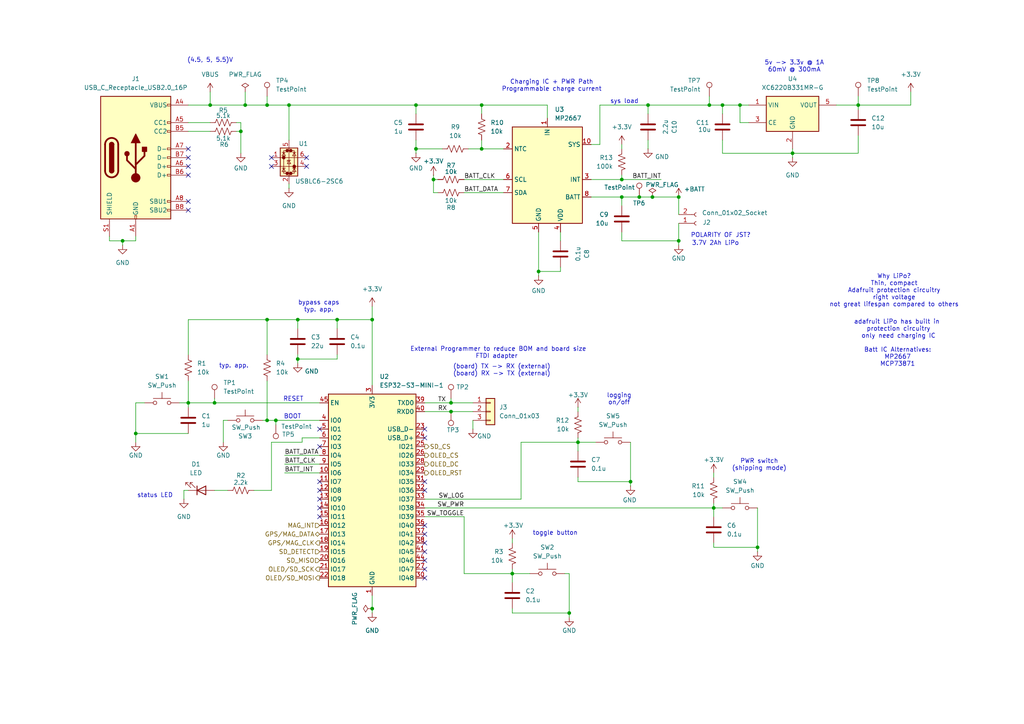
<source format=kicad_sch>
(kicad_sch (version 20250114) (generator "eeschema") (generator_version "9.0")
  (paper "A4")
  (text "PWR switch\n(shipping mode)" (at 220.218 134.874 0) (effects (font (size 1.27 1.27))))
  (text "BOOT" (at 84.836 120.904 0) (effects (font (size 1.27 1.27))))
  (text "RESET" (at 85.09 115.824 0) (effects (font (size 1.27 1.27))))
  (text "3.7V 2Ah LiPo" (at 207.518 70.612 0) (effects (font (size 1.27 1.27))))
  (text "5v -> 3.3v @ 1A\n60mV @ 300mA" (at 230.378 19.304 0) (effects (font (size 1.27 1.27))))
  (text "Charging IC + PWR Path\nProgrammable charge current" (at 160.02 24.892 0) (effects (font (size 1.27 1.27))))
  (text "(4.5, 5, 5.5)V" (at 60.96 17.526 0) (effects (font (size 1.27 1.27))))
  (text "Why LiPo?\nThin, compact\nAdafruit protection circuitry\nright voltage\nnot great lifespan compared to others" (at 259.334 84.328 0) (effects (font (size 1.27 1.27))))
  (text "Batt IC Alternatives:\nMP2667\nMCP73871" (at 260.35 103.632 0) (effects (font (size 1.27 1.27))))
  (text "toggle button" (at 161.036 154.686 0) (effects (font (size 1.27 1.27))))
  (text "logging\non/off" (at 179.578 115.824 0) (effects (font (size 1.27 1.27))))
  (text "bypass caps\ntyp. app." (at 92.456 88.9 0) (effects (font (size 1.27 1.27))))
  (text "(board) TX -> RX (external)\n(board) RX -> TX (external)" (at 145.542 107.442 0) (effects (font (size 1.27 1.27))))
  (text "POLARITY OF JST?" (at 209.042 68.326 0) (effects (font (size 1.27 1.27))))
  (text "status LED" (at 44.958 143.764 0) (effects (font (size 1.27 1.27))))
  (text "External Programmer to reduce BOM and board size\nFTDI adapter \n" (at 144.526 102.362 0) (effects (font (size 1.27 1.27))))
  (text "adafruit LiPo has built in \nprotection circuitry\nonly need charging IC\n\n" (at 260.604 96.52 0) (effects (font (size 1.27 1.27))))
  (text "sys load\n" (at 181.102 29.464 0) (effects (font (size 1.27 1.27))))
  (text "typ. app." (at 67.818 106.172 0) (effects (font (size 1.27 1.27))))
  (junction (at 148.59 166.37))
  (junction (at 180.34 57.15))
  (junction (at 130.81 119.38))
  (junction (at 120.65 30.48))
  (junction (at 196.85 57.15))
  (junction (at 167.64 128.27))
  (junction (at 77.47 121.92))
  (junction (at 248.92 30.48))
  (junction (at 62.23 116.84))
  (junction (at 182.88 139.7))
  (junction (at 69.85 38.1))
  (junction (at 125.73 52.07))
  (junction (at 120.65 43.18))
  (junction (at 77.47 92.71))
  (junction (at 187.96 30.48))
  (junction (at 60.96 30.48))
  (junction (at 83.82 30.48))
  (junction (at 139.7 30.48))
  (junction (at 71.12 30.48))
  (junction (at 107.95 176.53))
  (junction (at 39.37 125.73))
  (junction (at 207.01 147.32))
  (junction (at 189.23 57.15))
  (junction (at 139.7 43.18))
  (junction (at 107.95 92.71))
  (junction (at 209.55 30.48))
  (junction (at 77.47 30.48))
  (junction (at 165.1 177.8))
  (junction (at 205.74 30.48))
  (junction (at 54.61 116.84))
  (junction (at 229.87 44.45))
  (junction (at 35.56 69.85))
  (junction (at 185.42 57.15))
  (junction (at 180.34 52.07))
  (junction (at 156.21 78.74))
  (junction (at 219.71 158.75))
  (junction (at 97.79 92.71))
  (junction (at 196.85 69.85))
  (junction (at 130.81 116.84))
  (junction (at 214.63 30.48))
  (junction (at 80.01 121.92))
  (junction (at 86.36 92.71))
  (junction (at 86.36 104.14))
  (no_connect (at 123.19 167.64))
  (no_connect (at 123.19 160.02))
  (no_connect (at 88.9 48.26))
  (no_connect (at 54.61 50.8))
  (no_connect (at 123.19 124.46))
  (no_connect (at 92.71 129.54))
  (no_connect (at 123.19 157.48))
  (no_connect (at 92.71 139.7))
  (no_connect (at 92.71 124.46))
  (no_connect (at 88.9 45.72))
  (no_connect (at 123.19 142.24))
  (no_connect (at 92.71 147.32))
  (no_connect (at 123.19 127))
  (no_connect (at 123.19 139.7))
  (no_connect (at 92.71 144.78))
  (no_connect (at 78.74 48.26))
  (no_connect (at 54.61 60.96))
  (no_connect (at 123.19 154.94))
  (no_connect (at 123.19 162.56))
  (no_connect (at 123.19 165.1))
  (no_connect (at 123.19 152.4))
  (no_connect (at 54.61 43.18))
  (no_connect (at 54.61 45.72))
  (no_connect (at 54.61 48.26))
  (no_connect (at 78.74 45.72))
  (no_connect (at 92.71 149.86))
  (no_connect (at 54.61 58.42))
  (no_connect (at 92.71 142.24))
  (wire (pts (xy 87.63 128.27) (xy 78.74 128.27)))
  (wire (pts (xy 248.92 30.48) (xy 248.92 31.75)))
  (wire (pts (xy 78.74 128.27) (xy 78.74 142.24)))
  (wire (pts (xy 182.88 140.97) (xy 182.88 139.7)))
  (wire (pts (xy 130.81 116.84) (xy 137.16 116.84)))
  (wire (pts (xy 139.7 30.48) (xy 158.75 30.48)))
  (wire (pts (xy 83.82 30.48) (xy 83.82 40.64)))
  (wire (pts (xy 229.87 43.18) (xy 229.87 44.45)))
  (wire (pts (xy 167.64 128.27) (xy 167.64 130.81)))
  (wire (pts (xy 139.7 43.18) (xy 146.05 43.18)))
  (wire (pts (xy 167.64 127) (xy 167.64 128.27)))
  (wire (pts (xy 187.96 30.48) (xy 205.74 30.48)))
  (wire (pts (xy 171.45 57.15) (xy 180.34 57.15)))
  (wire (pts (xy 86.36 104.14) (xy 86.36 102.87)))
  (wire (pts (xy 196.85 57.15) (xy 189.23 57.15)))
  (wire (pts (xy 158.75 30.48) (xy 158.75 34.29)))
  (wire (pts (xy 97.79 92.71) (xy 97.79 95.25)))
  (wire (pts (xy 156.21 67.31) (xy 156.21 78.74)))
  (wire (pts (xy 180.34 57.15) (xy 185.42 57.15)))
  (wire (pts (xy 219.71 147.32) (xy 219.71 158.75)))
  (wire (pts (xy 54.61 110.49) (xy 54.61 116.84)))
  (wire (pts (xy 148.59 176.53) (xy 148.59 177.8)))
  (wire (pts (xy 209.55 40.64) (xy 209.55 44.45)))
  (wire (pts (xy 123.19 147.32) (xy 207.01 147.32)))
  (wire (pts (xy 127 52.07) (xy 125.73 52.07)))
  (wire (pts (xy 80.01 121.92) (xy 92.71 121.92)))
  (wire (pts (xy 123.19 119.38) (xy 130.81 119.38)))
  (wire (pts (xy 39.37 116.84) (xy 39.37 125.73)))
  (wire (pts (xy 66.04 121.92) (xy 64.77 121.92)))
  (wire (pts (xy 123.19 149.86) (xy 134.62 149.86)))
  (wire (pts (xy 107.95 92.71) (xy 107.95 111.76)))
  (wire (pts (xy 196.85 69.85) (xy 196.85 71.12)))
  (wire (pts (xy 120.65 30.48) (xy 139.7 30.48)))
  (wire (pts (xy 148.59 157.48) (xy 148.59 156.21)))
  (wire (pts (xy 134.62 52.07) (xy 146.05 52.07)))
  (wire (pts (xy 130.81 115.57) (xy 130.81 116.84)))
  (wire (pts (xy 214.63 30.48) (xy 214.63 35.56)))
  (wire (pts (xy 187.96 30.48) (xy 187.96 33.02)))
  (wire (pts (xy 248.92 27.94) (xy 248.92 30.48)))
  (wire (pts (xy 54.61 38.1) (xy 60.96 38.1)))
  (wire (pts (xy 130.81 119.38) (xy 137.16 119.38)))
  (wire (pts (xy 68.58 38.1) (xy 69.85 38.1)))
  (wire (pts (xy 151.13 144.78) (xy 151.13 128.27)))
  (wire (pts (xy 80.01 123.19) (xy 80.01 121.92)))
  (wire (pts (xy 162.56 77.47) (xy 162.56 78.74)))
  (wire (pts (xy 62.23 115.57) (xy 62.23 116.84)))
  (wire (pts (xy 171.45 52.07) (xy 180.34 52.07)))
  (wire (pts (xy 207.01 146.05) (xy 207.01 147.32)))
  (wire (pts (xy 92.71 127) (xy 87.63 127)))
  (wire (pts (xy 60.96 30.48) (xy 71.12 30.48)))
  (wire (pts (xy 151.13 128.27) (xy 167.64 128.27)))
  (wire (pts (xy 196.85 64.77) (xy 196.85 69.85)))
  (wire (pts (xy 180.34 52.07) (xy 191.77 52.07)))
  (wire (pts (xy 219.71 160.02) (xy 219.71 158.75)))
  (wire (pts (xy 86.36 104.14) (xy 86.36 105.41)))
  (wire (pts (xy 77.47 92.71) (xy 77.47 102.87)))
  (wire (pts (xy 77.47 27.94) (xy 77.47 30.48)))
  (wire (pts (xy 64.77 121.92) (xy 64.77 128.27)))
  (wire (pts (xy 54.61 92.71) (xy 77.47 92.71)))
  (wire (pts (xy 123.19 116.84) (xy 130.81 116.84)))
  (wire (pts (xy 148.59 166.37) (xy 148.59 168.91)))
  (wire (pts (xy 180.34 69.85) (xy 196.85 69.85)))
  (wire (pts (xy 207.01 137.16) (xy 207.01 138.43)))
  (wire (pts (xy 39.37 68.58) (xy 39.37 69.85)))
  (wire (pts (xy 209.55 30.48) (xy 209.55 33.02)))
  (wire (pts (xy 134.62 55.88) (xy 146.05 55.88)))
  (wire (pts (xy 167.64 139.7) (xy 182.88 139.7)))
  (wire (pts (xy 107.95 177.8) (xy 107.95 176.53)))
  (wire (pts (xy 39.37 69.85) (xy 35.56 69.85)))
  (wire (pts (xy 62.23 116.84) (xy 92.71 116.84)))
  (wire (pts (xy 148.59 166.37) (xy 153.67 166.37)))
  (wire (pts (xy 82.55 134.62) (xy 92.71 134.62)))
  (wire (pts (xy 207.01 147.32) (xy 207.01 149.86)))
  (wire (pts (xy 187.96 40.64) (xy 187.96 43.18)))
  (wire (pts (xy 107.95 92.71) (xy 97.79 92.71)))
  (wire (pts (xy 180.34 50.8) (xy 180.34 52.07)))
  (wire (pts (xy 167.64 138.43) (xy 167.64 139.7)))
  (wire (pts (xy 77.47 121.92) (xy 76.2 121.92)))
  (wire (pts (xy 31.75 69.85) (xy 35.56 69.85)))
  (wire (pts (xy 120.65 30.48) (xy 120.65 33.02)))
  (wire (pts (xy 54.61 35.56) (xy 60.96 35.56)))
  (wire (pts (xy 207.01 147.32) (xy 209.55 147.32)))
  (wire (pts (xy 69.85 38.1) (xy 69.85 44.45)))
  (wire (pts (xy 39.37 125.73) (xy 39.37 128.27)))
  (wire (pts (xy 107.95 172.72) (xy 107.95 176.53)))
  (wire (pts (xy 107.95 88.9) (xy 107.95 92.71)))
  (wire (pts (xy 54.61 142.24) (xy 53.34 142.24)))
  (wire (pts (xy 185.42 57.15) (xy 189.23 57.15)))
  (wire (pts (xy 134.62 149.86) (xy 134.62 166.37)))
  (wire (pts (xy 207.01 158.75) (xy 219.71 158.75)))
  (wire (pts (xy 205.74 27.94) (xy 205.74 30.48)))
  (wire (pts (xy 165.1 166.37) (xy 165.1 177.8)))
  (wire (pts (xy 52.07 116.84) (xy 54.61 116.84)))
  (wire (pts (xy 54.61 30.48) (xy 60.96 30.48)))
  (wire (pts (xy 214.63 35.56) (xy 217.17 35.56)))
  (wire (pts (xy 87.63 127) (xy 87.63 128.27)))
  (wire (pts (xy 125.73 55.88) (xy 125.73 52.07)))
  (wire (pts (xy 139.7 30.48) (xy 139.7 33.02)))
  (wire (pts (xy 134.62 166.37) (xy 148.59 166.37)))
  (wire (pts (xy 135.89 43.18) (xy 139.7 43.18)))
  (wire (pts (xy 35.56 69.85) (xy 35.56 71.12)))
  (wire (pts (xy 77.47 92.71) (xy 86.36 92.71)))
  (wire (pts (xy 207.01 157.48) (xy 207.01 158.75)))
  (wire (pts (xy 162.56 67.31) (xy 162.56 69.85)))
  (wire (pts (xy 229.87 44.45) (xy 229.87 45.72)))
  (wire (pts (xy 54.61 116.84) (xy 54.61 118.11)))
  (wire (pts (xy 41.91 116.84) (xy 39.37 116.84)))
  (wire (pts (xy 248.92 39.37) (xy 248.92 44.45)))
  (wire (pts (xy 167.64 128.27) (xy 172.72 128.27)))
  (wire (pts (xy 165.1 166.37) (xy 163.83 166.37)))
  (wire (pts (xy 182.88 128.27) (xy 182.88 139.7)))
  (wire (pts (xy 127 55.88) (xy 125.73 55.88)))
  (wire (pts (xy 77.47 121.92) (xy 80.01 121.92)))
  (wire (pts (xy 97.79 104.14) (xy 86.36 104.14)))
  (wire (pts (xy 173.99 41.91) (xy 171.45 41.91)))
  (wire (pts (xy 77.47 30.48) (xy 83.82 30.48)))
  (wire (pts (xy 82.55 132.08) (xy 92.71 132.08)))
  (wire (pts (xy 242.57 30.48) (xy 248.92 30.48)))
  (wire (pts (xy 31.75 68.58) (xy 31.75 69.85)))
  (wire (pts (xy 139.7 40.64) (xy 139.7 43.18)))
  (wire (pts (xy 180.34 57.15) (xy 180.34 59.69)))
  (wire (pts (xy 148.59 165.1) (xy 148.59 166.37)))
  (wire (pts (xy 82.55 137.16) (xy 92.71 137.16)))
  (wire (pts (xy 120.65 40.64) (xy 120.65 43.18)))
  (wire (pts (xy 156.21 78.74) (xy 162.56 78.74)))
  (wire (pts (xy 83.82 53.34) (xy 83.82 54.61)))
  (wire (pts (xy 83.82 30.48) (xy 120.65 30.48)))
  (wire (pts (xy 120.65 43.18) (xy 128.27 43.18)))
  (wire (pts (xy 77.47 121.92) (xy 77.47 110.49)))
  (wire (pts (xy 53.34 142.24) (xy 53.34 144.78)))
  (wire (pts (xy 165.1 177.8) (xy 148.59 177.8)))
  (wire (pts (xy 68.58 35.56) (xy 69.85 35.56)))
  (wire (pts (xy 54.61 102.87) (xy 54.61 92.71)))
  (wire (pts (xy 60.96 26.67) (xy 60.96 30.48)))
  (wire (pts (xy 97.79 92.71) (xy 86.36 92.71)))
  (wire (pts (xy 264.16 30.48) (xy 264.16 26.67)))
  (wire (pts (xy 167.64 118.11) (xy 167.64 119.38)))
  (wire (pts (xy 123.19 144.78) (xy 151.13 144.78)))
  (wire (pts (xy 209.55 30.48) (xy 214.63 30.48)))
  (wire (pts (xy 156.21 78.74) (xy 156.21 80.01)))
  (wire (pts (xy 71.12 30.48) (xy 77.47 30.48)))
  (wire (pts (xy 180.34 41.91) (xy 180.34 43.18)))
  (wire (pts (xy 86.36 92.71) (xy 86.36 95.25)))
  (wire (pts (xy 209.55 44.45) (xy 229.87 44.45)))
  (wire (pts (xy 248.92 44.45) (xy 229.87 44.45)))
  (wire (pts (xy 205.74 30.48) (xy 209.55 30.48)))
  (wire (pts (xy 97.79 102.87) (xy 97.79 104.14)))
  (wire (pts (xy 71.12 26.67) (xy 71.12 30.48)))
  (wire (pts (xy 66.04 142.24) (xy 62.23 142.24)))
  (wire (pts (xy 248.92 30.48) (xy 264.16 30.48)))
  (wire (pts (xy 165.1 179.07) (xy 165.1 177.8)))
  (wire (pts (xy 69.85 35.56) (xy 69.85 38.1)))
  (wire (pts (xy 39.37 125.73) (xy 54.61 125.73)))
  (wire (pts (xy 217.17 30.48) (xy 214.63 30.48)))
  (wire (pts (xy 125.73 52.07) (xy 125.73 50.8)))
  (wire (pts (xy 173.99 30.48) (xy 187.96 30.48)))
  (wire (pts (xy 78.74 142.24) (xy 73.66 142.24)))
  (wire (pts (xy 173.99 30.48) (xy 173.99 41.91)))
  (wire (pts (xy 180.34 67.31) (xy 180.34 69.85)))
  (wire (pts (xy 137.16 121.92) (xy 137.16 124.46)))
  (wire (pts (xy 196.85 57.15) (xy 196.85 62.23)))
  (wire (pts (xy 120.65 43.18) (xy 120.65 44.45)))
  (wire (pts (xy 54.61 116.84) (xy 62.23 116.84)))
  (label "TX" (at 127 116.84 0))
  (label "BATT_CLK" (at 134.62 52.07 0))
  (label "SW_PWR" (at 134.62 147.32 180))
  (label "BATT_INT" (at 82.55 137.16 0))
  (label "BATT_INT" (at 191.77 52.07 180))
  (label "RX" (at 127 119.38 0))
  (label "BATT_DATA" (at 82.55 132.08 0))
  (label "BATT_CLK" (at 82.55 134.62 0))
  (label "BATT_DATA" (at 134.62 55.88 0))
  (label "SW_TOGGLE" (at 134.62 149.86 180))
  (label "SW_LOG" (at 134.62 144.78 180))
  (hierarchical_label "GPS{slash}MAG_CLK" (shape output) (at 92.71 157.48 180))
  (hierarchical_label "OLED_RST" (shape output) (at 123.19 137.16 0))
  (hierarchical_label "OLED{slash}SD_SCK" (shape output) (at 92.71 165.1 180))
  (hierarchical_label "GPS{slash}MAG_DATA" (shape bidirectional) (at 92.71 154.94 180))
  (hierarchical_label "SD_DETECT" (shape input) (at 92.71 160.02 180))
  (hierarchical_label "OLED{slash}SD_MOSI" (shape output) (at 92.71 167.64 180))
  (hierarchical_label "OLED_DC" (shape output) (at 123.19 134.62 0))
  (hierarchical_label "SD_MISO" (shape input) (at 92.71 162.56 180))
  (hierarchical_label "OLED_CS" (shape output) (at 123.19 132.08 0))
  (hierarchical_label "SD_CS" (shape output) (at 123.19 129.54 0))
  (hierarchical_label "MAG_INT" (shape input) (at 92.71 152.4 180))
  (symbol (lib_id "power:GND") (at 137.16 124.46 0) (unit 1)
    (property "Reference" "#PWR042" (effects (hide yes)))
    (property "Value" "GND" (at 140.462 126.492 0))
    (property "Description" "Power symbol creates a global label with name \"GND\" , ground" (effects (hide yes)))
  )
  (symbol (lib_id "Connector:USB_C_Receptacle_USB2.0_16P") (at 39.37 45.72 0) (unit 1)
    (property "Reference" "J1" (at 39.37 22.86 0))
    (property "Value" "USB_C_Receptacle_USB2.0_16P" (at 39.37 25.4 0))
    (property "Footprint" "Connector_USB:USB_C_Receptacle_G-Switch_GT-USB-7010ASV" (effects (hide yes)))
    (property "Datasheet" "https://www.lcsc.com/datasheet/C2988369.pdf" (effects (hide yes)))
    (property "Description" "USB 2.0-only 16P Type-C Receptacle connector" (effects (hide yes)))
    (property "LCSC" "C2988369" (effects (hide yes)))
    (property "MPN" "GT-USB-7010ASV" (effects (hide yes)))
    (property "Manufacturer" "G-Switch" (effects (hide yes)))
    (property "Distributor Link" "https://www.lcsc.com/product-detail/C2988369.html?s_z=n_GT-USB-7010ASV" (effects (hide yes)))
  )
  (symbol (lib_id "Device:R_US") (at 139.7 36.83 180) (unit 1)
    (property "Reference" "R10" (at 142.24 35.5599 0) (effects (justify right)))
    (property "Value" "10k" (at 142.24 38.0999 0) (effects (justify right)))
    (property "Footprint" "Resistor_SMD:R_0805_2012Metric" (effects (hide yes)))
    (property "Datasheet" "https://www.lcsc.com/datasheet/C17414.pdf" (effects (hide yes)))
    (property "Description" "Resistor, US symbol" (effects (hide yes)))
    (property "LCSC" "C17414" (effects (hide yes)))
    (property "MPN" "0805W8F1002T5E" (effects (hide yes)))
    (property "Manufacturer" "UNI-ROYAL" (effects (hide yes)))
    (property "Distributor Link" "https://www.lcsc.com/product-detail/C17414.html" (effects (hide yes)))
  )
  (symbol (lib_id "Device:R_US") (at 54.61 106.68 180) (unit 1)
    (property "Reference" "R1" (at 57.15 105.4099 0) (effects (justify right)))
    (property "Value" "10k" (at 57.15 107.9499 0) (effects (justify right)))
    (property "Footprint" "Resistor_SMD:R_0805_2012Metric" (effects (hide yes)))
    (property "Datasheet" "https://www.lcsc.com/datasheet/C17414.pdf" (effects (hide yes)))
    (property "Description" "Resistor, US symbol" (effects (hide yes)))
    (property "LCSC" "C17414" (effects (hide yes)))
    (property "MPN" "0805W8F1002T5E" (effects (hide yes)))
    (property "Manufacturer" "UNI-ROYAL" (effects (hide yes)))
    (property "Distributor Link" "https://www.lcsc.com/product-detail/C17414.html" (effects (hide yes)))
  )
  (symbol (lib_id "power:PWR_FLAG") (at 107.95 176.53 90) (mirror x) (unit 1)
    (property "Reference" "#FLG02" (effects (hide yes)))
    (property "Value" "PWR_FLAG" (at 102.87 176.53 0))
    (property "Description" "Special symbol for telling ERC where power comes from" (effects (hide yes)))
  )
  (symbol (lib_id "power:GND") (at 64.77 128.27 0) (unit 1)
    (property "Reference" "#PWR010" (effects (hide yes)))
    (property "Value" "GND" (at 64.77 132.08 0))
    (property "Description" "Power symbol creates a global label with name \"GND\" , ground" (effects (hide yes)))
  )
  (symbol (lib_id "power:GND") (at 69.85 44.45 0) (unit 1)
    (property "Reference" "#PWR016" (effects (hide yes)))
    (property "Value" "GND" (at 69.85 48.768 0))
    (property "Description" "Power symbol creates a global label with name \"GND\" , ground" (effects (hide yes)))
  )
  (symbol (lib_id "power:+3.3V") (at 167.64 118.11 0) (unit 1)
    (property "Reference" "#PWR022" (effects (hide yes)))
    (property "Value" "+3.3V" (at 167.64 114.554 0))
    (property "Description" "Power symbol creates a global label with name \"+3.3V\"" (effects (hide yes)))
  )
  (symbol (lib_id "Power_Protection:USBLC6-2SC6") (at 83.82 45.72 0) (unit 1)
    (property "Reference" "U1" (at 86.614 41.656 0) (effects (justify left)))
    (property "Value" "USBLC6-2SC6" (at 85.598 52.578 0) (effects (justify left)))
    (property "Footprint" "Package_TO_SOT_SMD:SOT-23-6" (effects (hide yes)))
    (property "Datasheet" "https://www.st.com/resource/en/datasheet/usblc6-2.pdf" (effects (hide yes)))
    (property "Description" "Very low capacitance ESD protection diode, 2 data-line, SOT-23-6" (effects (hide yes)))
    (property "LCSC" "C2827654" (effects (hide yes)))
    (property "MPN" "USBLC6-2SC6" (effects (hide yes)))
    (property "Manufacturer" "TECH PUBLIC" (effects (hide yes)))
    (property "Distributor Link" "https://www.lcsc.com/product-detail/C2827654.html?s_z=n_USBLC6-2SC6" (effects (hide yes)))
  )
  (symbol (lib_id "power:+BATT") (at 196.85 57.15 0) (unit 1)
    (property "Reference" "#PWR041" (effects (hide yes)))
    (property "Value" "+BATT" (at 201.422 54.864 0))
    (property "Description" "Power symbol creates a global label with name \"+BATT\"" (effects (hide yes)))
  )
  (symbol (lib_id "power:GND") (at 196.85 71.12 0) (unit 1)
    (property "Reference" "#PWR026" (effects (hide yes)))
    (property "Value" "GND" (at 196.85 74.93 0))
    (property "Description" "Power symbol creates a global label with name \"GND\" , ground" (effects (hide yes)))
  )
  (symbol (lib_id "Device:R_US") (at 180.34 46.99 0) (mirror y) (unit 1)
    (property "Reference" "R13" (at 177.8 45.7199 0) (effects (justify left)))
    (property "Value" "100k" (at 177.8 48.2599 0) (effects (justify left)))
    (property "Footprint" "Resistor_SMD:R_0805_2012Metric" (effects (hide yes)))
    (property "Datasheet" "https://www.lcsc.com/datasheet/C149504.pdf" (effects (hide yes)))
    (property "Description" "Resistor, US symbol" (effects (hide yes)))
    (property "LCSC" "C149504" (effects (hide yes)))
    (property "MPN" "0805W8F1003T5E" (effects (hide yes)))
    (property "Manufacturer" "UNI-ROYAL" (effects (hide yes)))
    (property "Distributor Link" "https://www.lcsc.com/product-detail/C149504.html" (effects (hide yes)))
  )
  (symbol (lib_id "power:+3.3V") (at 180.34 41.91 0) (unit 1)
    (property "Reference" "#PWR024" (effects (hide yes)))
    (property "Value" "+3.3V" (at 180.34 36.83 0))
    (property "Description" "Power symbol creates a global label with name \"+3.3V\"" (effects (hide yes)))
  )
  (symbol (lib_id "power:GND") (at 229.87 45.72 0) (unit 1)
    (property "Reference" "#PWR027" (effects (hide yes)))
    (property "Value" "GND" (at 229.87 50.8 0))
    (property "Description" "Power symbol creates a global label with name \"GND\" , ground" (effects (hide yes)))
  )
  (symbol (lib_id "Connector:TestPoint") (at 62.23 115.57 0) (unit 1)
    (property "Reference" "TP1" (at 64.77 110.9979 0) (effects (justify left)))
    (property "Value" "TestPoint" (at 64.77 113.5379 0) (effects (justify left)))
    (property "Footprint" "TestPoint:TestPoint_Pad_D1.5mm" (effects (hide yes)))
    (property "Description" "test point" (effects (hide yes)))
  )
  (symbol (lib_id "power:+3.3V") (at 264.16 26.67 0) (unit 1)
    (property "Reference" "#PWR028" (effects (hide yes)))
    (property "Value" "+3.3V" (at 264.16 21.59 0))
    (property "Description" "Power symbol creates a global label with name \"+3.3V\"" (effects (hide yes)))
  )
  (symbol (lib_id "Connector:Conn_01x02_Socket") (at 201.93 64.77 0) (mirror x) (unit 1)
    (property "Reference" "J2" (at 204.978 64.516 0))
    (property "Value" "Conn_01x02_Socket" (at 213.106 61.722 0))
    (property "Footprint" "Connector_JST:JST_PH_S2B-PH-K_1x02_P2.00mm_Horizontal" (effects (hide yes)))
    (property "Description" "Generic connector, single row, 01x02, script generated" (effects (hide yes)))
    (property "Distributor Link" "https://www.digikey.com/en/products/detail/jst-sales-america-inc/S2B-PH-K-S/926626" (effects (hide yes)))
  )
  (symbol (lib_id "Connector:TestPoint") (at 185.42 57.15 0) (mirror y) (unit 1)
    (property "Reference" "TP6" (at 187.198 58.928 0) (effects (justify left)))
    (property "Value" "TestPoint" (at 184.15 54.356 0) (effects (justify left)))
    (property "Footprint" "TestPoint:TestPoint_Pad_D1.5mm" (effects (hide yes)))
    (property "Description" "test point" (effects (hide yes)))
  )
  (symbol (lib_id "Switch:SW_Push") (at 71.12 121.92 0) (mirror y) (unit 1)
    (property "Reference" "SW3" (at 71.12 126.492 0))
    (property "Value" "SW_Push" (at 71.374 123.952 0))
    (property "Footprint" "Button_Switch_SMD:SW_SPST_TS-1088-xR020" (effects (hide yes)))
    (property "Datasheet" "https://www.lcsc.com/datasheet/C720477.pdf" (effects (hide yes)))
    (property "Description" "Push button switch, generic, two pins" (effects (hide yes)))
    (property "LCSC" "C720477" (effects (hide yes)))
    (property "MPN" "TS-1088-AR02016" (effects (hide yes)))
    (property "Manufacturer" "XUNPU" (effects (hide yes)))
    (property "Distributor Link" "https://www.lcsc.com/product-detail/C720477.html?s_z=n_push%2520button%2520switch" (effects (hide yes)))
  )
  (symbol (lib_id "Device:C") (at 162.56 73.66 0) (mirror y) (unit 1)
    (property "Reference" "C8" (at 170.18 73.66 90))
    (property "Value" "0.1u" (at 167.64 73.66 90))
    (property "Footprint" "Capacitor_SMD:C_0805_2012Metric" (effects (hide yes)))
    (property "Datasheet" "https://www.lcsc.com/datasheet/C519980.pdf" (effects (hide yes)))
    (property "Description" "Unpolarized capacitor" (effects (hide yes)))
    (property "LCSC" "C519980" (effects (hide yes)))
    (property "MPN" "CC0805KRX7R7BB104" (effects (hide yes)))
    (property "Manufacturer" "YAGEO" (effects (hide yes)))
    (property "Distributor Link" "https://www.lcsc.com/product-detail/C519980.html" (effects (hide yes)))
  )
  (symbol (lib_id "power:VBUS") (at 60.96 26.67 0) (unit 1)
    (property "Reference" "#PWR09" (effects (hide yes)))
    (property "Value" "VBUS" (at 60.96 21.59 0))
    (property "Description" "Power symbol creates a global label with name \"VBUS\"" (effects (hide yes)))
  )
  (symbol (lib_id "Connector_Generic:Conn_01x03") (at 142.24 119.38 0) (unit 1)
    (property "Reference" "J3" (at 144.78 118.1099 0) (effects (justify left)))
    (property "Value" "Conn_01x03" (at 144.78 120.6499 0) (effects (justify left)))
    (property "Footprint" "Connector_PinHeader_2.54mm:PinHeader_1x03_P2.54mm_Vertical" (effects (hide yes)))
    (property "Description" "Generic connector, single row, 01x03, script generated (kicad-library-utils/schlib/autogen/connector/)" (effects (hide yes)))
  )
  (symbol (lib_id "power:+3.3V") (at 125.73 50.8 0) (unit 1)
    (property "Reference" "#PWR018" (effects (hide yes)))
    (property "Value" "+3.3V" (at 125.73 46.736 0))
    (property "Description" "Power symbol creates a global label with name \"+3.3V\"" (effects (hide yes)))
  )
  (symbol (lib_id "Device:C") (at 97.79 99.06 0) (unit 1)
    (property "Reference" "C4" (at 101.6 97.7899 0) (effects (justify left)))
    (property "Value" "0.1u" (at 101.6 100.3299 0) (effects (justify left)))
    (property "Footprint" "Capacitor_SMD:C_0805_2012Metric" (effects (hide yes)))
    (property "Datasheet" "https://www.lcsc.com/datasheet/C519980.pdf" (effects (hide yes)))
    (property "Description" "Unpolarized capacitor" (effects (hide yes)))
    (property "LCSC" "C519980" (effects (hide yes)))
    (property "MPN" "CC0805KRX7R7BB104" (effects (hide yes)))
    (property "Manufacturer" "YAGEO" (effects (hide yes)))
    (property "Distributor Link" "https://www.lcsc.com/product-detail/C519980.html" (effects (hide yes)))
  )
  (symbol (lib_id "Connector:TestPoint") (at 77.47 27.94 0) (unit 1)
    (property "Reference" "TP4" (at 80.01 23.3679 0) (effects (justify left)))
    (property "Value" "TestPoint" (at 80.01 25.9079 0) (effects (justify left)))
    (property "Footprint" "TestPoint:TestPoint_Pad_D1.5mm" (effects (hide yes)))
    (property "Description" "test point" (effects (hide yes)))
  )
  (symbol (lib_id "power:GND") (at 86.36 105.41 0) (unit 1)
    (property "Reference" "#PWR013" (effects (hide yes)))
    (property "Value" "GND" (at 90.424 107.696 0))
    (property "Description" "Power symbol creates a global label with name \"GND\" , ground" (effects (hide yes)))
  )
  (symbol (lib_id "Device:R_US") (at 64.77 35.56 270) (unit 1)
    (property "Reference" "R5" (at 64.77 32.004 90))
    (property "Value" "5.1k" (at 64.77 33.528 90))
    (property "Footprint" "Resistor_SMD:R_0805_2012Metric" (effects (hide yes)))
    (property "Datasheet" "https://www.lcsc.com/datasheet/C27834.pdf" (effects (hide yes)))
    (property "Description" "Resistor, US symbol" (effects (hide yes)))
    (property "LCSC" "C27834" (effects (hide yes)))
    (property "MPN" "0805W8F5101T5E" (effects (hide yes)))
    (property "Manufacturer" "UNI-ROYAL" (effects (hide yes)))
    (property "Distributor Link" "https://www.lcsc.com/product-detail/C27834.html" (effects (hide yes)))
  )
  (symbol (lib_id "Device:C") (at 148.59 172.72 0) (unit 1)
    (property "Reference" "C2" (at 152.4 171.4499 0) (effects (justify left)))
    (property "Value" "0.1u" (at 152.4 173.9899 0) (effects (justify left)))
    (property "Footprint" "Capacitor_SMD:C_0805_2012Metric" (effects (hide yes)))
    (property "Datasheet" "https://www.lcsc.com/datasheet/C519980.pdf" (effects (hide yes)))
    (property "Description" "Unpolarized capacitor" (effects (hide yes)))
    (property "LCSC" "C519980" (effects (hide yes)))
    (property "MPN" "CC0805KRX7R7BB104" (effects (hide yes)))
    (property "Manufacturer" "YAGEO" (effects (hide yes)))
    (property "Distributor Link" "https://www.lcsc.com/product-detail/C519980.html" (effects (hide yes)))
  )
  (symbol (lib_id "Power_Management_MPS:MP2667") (at 158.75 45.72 0) (unit 1)
    (property "Reference" "U3" (at 160.8933 31.75 0) (effects (justify left)))
    (property "Value" "MP2667" (at 160.8933 34.29 0) (effects (justify left)))
    (property "Footprint" "MP2667_DL:QFN-10_2MMx2MM_MNP" (effects (hide yes)))
    (property "Datasheet" "https://www.monolithicpower.com/en/documentview/productdocument/index/version/2/document_type/Datasheet/lang/en/sku/MP2667/document_id/5971/" (effects (hide yes)))
    (property "Description" "IC BATT CONTRL LI-ION 1CEL 10QFN" (effects (hide yes)))
    (property "Distributor Link" "https://www.digikey.com/en/products/detail/monolithic-power-systems-inc/MP2667GG-0000-Z/11611000" (effects (hide yes)))
    (property "MPN" "MP2667GG-0000-Z" (effects (hide yes)))
    (property "Manufacturer" "Monolithic Power Systems Inc." (effects (hide yes)))
  )
  (symbol (lib_id "Device:R_US") (at 64.77 38.1 90) (unit 1)
    (property "Reference" "R6" (at 65.024 41.91 90))
    (property "Value" "5.1k" (at 64.77 40.132 90))
    (property "Footprint" "Resistor_SMD:R_0805_2012Metric" (effects (hide yes)))
    (property "Datasheet" "https://www.lcsc.com/datasheet/C27834.pdf" (effects (hide yes)))
    (property "Description" "Resistor, US symbol" (effects (hide yes)))
    (property "LCSC" "C27834" (effects (hide yes)))
    (property "MPN" "0805W8F5101T5E" (effects (hide yes)))
    (property "Manufacturer" "UNI-ROYAL" (effects (hide yes)))
    (property "Distributor Link" "https://www.lcsc.com/product-detail/C27834.html" (effects (hide yes)))
  )
  (symbol (lib_id "Device:C") (at 54.61 121.92 0) (unit 1)
    (property "Reference" "C1" (at 58.42 120.6499 0) (effects (justify left)))
    (property "Value" "1u" (at 58.42 123.1899 0) (effects (justify left)))
    (property "Footprint" "Capacitor_SMD:C_0805_2012Metric" (effects (hide yes)))
    (property "Datasheet" "https://www.lcsc.com/datasheet/C24123.pdf" (effects (hide yes)))
    (property "Description" "Unpolarized capacitor" (effects (hide yes)))
    (property "LCSC" "C24123" (effects (hide yes)))
    (property "MPN" "CL21B105KOFNNNE" (effects (hide yes)))
    (property "Manufacturer" "Samsung Electro-Mechanics" (effects (hide yes)))
    (property "Distributor Link" "https://www.lcsc.com/product-detail/C24123.html" (effects (hide yes)))
  )
  (symbol (lib_id "power:+3.3V") (at 107.95 88.9 0) (unit 1)
    (property "Reference" "#PWR014" (effects (hide yes)))
    (property "Value" "+3.3V" (at 107.95 83.82 0))
    (property "Description" "Power symbol creates a global label with name \"+3.3V\"" (effects (hide yes)))
  )
  (symbol (lib_id "Device:LED") (at 58.42 142.24 0) (mirror x) (unit 1)
    (property "Reference" "D1" (at 56.8325 134.62 0))
    (property "Value" "LED" (at 56.8325 137.16 0))
    (property "Footprint" "LED_SMD:LED_0805_2012Metric" (effects (hide yes)))
    (property "Datasheet" "https://www.lcsc.com/datasheet/C965812.pdf" (effects (hide yes)))
    (property "Description" "Light emitting diode" (effects (hide yes)))
    (property "Sim.Pins" "1=K 2=A" (effects (hide yes)))
    (property "Distributor Link" "https://www.lcsc.com/product-detail/C965812.html" (effects (hide yes)))
    (property "LCSC" "C965812" (effects (hide yes)))
    (property "MPN" "XL-2012SURC" (effects (hide yes)))
    (property "Manufacturer" "XINGLIGHT" (effects (hide yes)))
  )
  (symbol (lib_id "Connector:TestPoint") (at 248.92 27.94 0) (unit 1)
    (property "Reference" "TP8" (at 251.46 23.3679 0) (effects (justify left)))
    (property "Value" "TestPoint" (at 251.46 25.9079 0) (effects (justify left)))
    (property "Footprint" "TestPoint:TestPoint_Pad_D1.5mm" (effects (hide yes)))
    (property "Description" "test point" (effects (hide yes)))
  )
  (symbol (lib_id "Switch:SW_Push") (at 46.99 116.84 0) (unit 1)
    (property "Reference" "SW1" (at 46.99 109.22 0))
    (property "Value" "SW_Push" (at 46.99 111.76 0))
    (property "Footprint" "Button_Switch_SMD:SW_SPST_TS-1088-xR020" (effects (hide yes)))
    (property "Datasheet" "https://www.lcsc.com/datasheet/C720477.pdf" (effects (hide yes)))
    (property "Description" "Push button switch, generic, two pins" (effects (hide yes)))
    (property "LCSC" "C720477" (effects (hide yes)))
    (property "MPN" "TS-1088-AR02016" (effects (hide yes)))
    (property "Manufacturer" "XUNPU" (effects (hide yes)))
    (property "Distributor Link" "https://www.lcsc.com/product-detail/C720477.html?s_z=n_push%2520button%2520switch" (effects (hide yes)))
  )
  (symbol (lib_id "power:GND") (at 187.96 43.18 0) (unit 1)
    (property "Reference" "#PWR025" (effects (hide yes)))
    (property "Value" "GND" (at 192.024 45.466 0))
    (property "Description" "Power symbol creates a global label with name \"GND\" , ground" (effects (hide yes)))
  )
  (symbol (lib_id "Regulator_Linear:XC6220B331MR") (at 229.87 33.02 0) (unit 1)
    (property "Reference" "U4" (at 229.87 22.86 0))
    (property "Value" "XC6220B331MR-G" (at 229.87 25.4 0))
    (property "Footprint" "Package_TO_SOT_SMD:SOT-23-5" (effects (hide yes)))
    (property "Datasheet" "https://www.torexsemi.com/file/xc6220/XC6220.pdf" (effects (hide yes)))
    (property "Description" "1A, Low Drop-out Voltage Regulator, Fixed Output 3.3V, SOT-23-5" (effects (hide yes)))
    (property "LCSC" "C86534" (effects (hide yes)))
    (property "MPN" "XC6220B331MR-G" (effects (hide yes)))
    (property "Manufacturer" "TOREX" (effects (hide yes)))
    (property "Distributor Link" "https://www.lcsc.com/product-detail/C86534.html?s_z=n_xc6220b331mr-g" (effects (hide yes)))
  )
  (symbol (lib_id "power:+3.3V") (at 148.59 156.21 0) (unit 1)
    (property "Reference" "#PWR011" (effects (hide yes)))
    (property "Value" "+3.3V" (at 148.844 152.4 0))
    (property "Description" "Power symbol creates a global label with name \"+3.3V\"" (effects (hide yes)))
  )
  (symbol (lib_id "Device:C") (at 248.92 35.56 0) (unit 1)
    (property "Reference" "C12" (at 252.73 34.2899 0) (effects (justify left)))
    (property "Value" "10u" (at 252.73 36.8299 0) (effects (justify left)))
    (property "Footprint" "Capacitor_SMD:C_0805_2012Metric" (effects (hide yes)))
    (property "Datasheet" "https://www.lcsc.com/datasheet/C95841.pdf" (effects (hide yes)))
    (property "Description" "Unpolarized capacitor" (effects (hide yes)))
    (property "LCSC" "C95841" (effects (hide yes)))
    (property "MPN" "CL21B106KOQNNNE" (effects (hide yes)))
    (property "Manufacturer" "Samsung Electro-Mechanics" (effects (hide yes)))
    (property "Distributor Link" "https://www.lcsc.com/product-detail/C95841.html" (effects (hide yes)))
  )
  (symbol (lib_id "power:PWR_FLAG") (at 189.23 57.15 0) (unit 1)
    (property "Reference" "#FLG03" (effects (hide yes)))
    (property "Value" "PWR_FLAG" (at 192.024 53.594 0))
    (property "Description" "Special symbol for telling ERC where power comes from" (effects (hide yes)))
  )
  (symbol (lib_id "power:GND") (at 53.34 144.78 0) (mirror y) (unit 1)
    (property "Reference" "#PWR07" (effects (hide yes)))
    (property "Value" "GND" (at 53.34 149.86 0))
    (property "Description" "Power symbol creates a global label with name \"GND\" , ground" (effects (hide yes)))
  )
  (symbol (lib_id "Device:R_US") (at 132.08 43.18 270) (unit 1)
    (property "Reference" "R9" (at 132.08 36.83 90))
    (property "Value" "10k" (at 132.08 39.37 90))
    (property "Footprint" "Resistor_SMD:R_0805_2012Metric" (effects (hide yes)))
    (property "Datasheet" "https://www.lcsc.com/datasheet/C17414.pdf" (effects (hide yes)))
    (property "Description" "Resistor, US symbol" (effects (hide yes)))
    (property "LCSC" "C17414" (effects (hide yes)))
    (property "MPN" "0805W8F1002T5E" (effects (hide yes)))
    (property "Manufacturer" "UNI-ROYAL" (effects (hide yes)))
    (property "Distributor Link" "https://www.lcsc.com/product-detail/C17414.html" (effects (hide yes)))
  )
  (symbol (lib_id "Device:C") (at 187.96 36.83 0) (mirror y) (unit 1)
    (property "Reference" "C10" (at 195.58 36.83 90))
    (property "Value" "2.2u" (at 193.04 36.83 90))
    (property "Footprint" "Capacitor_SMD:C_0805_2012Metric" (effects (hide yes)))
    (property "Datasheet" "https://www.lcsc.com/datasheet/C28234.pdf" (effects (hide yes)))
    (property "Description" "Unpolarized capacitor" (effects (hide yes)))
    (property "LCSC" "C28234" (effects (hide yes)))
    (property "MPN" "CL21B225KOFNNNE" (effects (hide yes)))
    (property "Manufacturer" "Samsung Electro-Mechanics" (effects (hide yes)))
    (property "Distributor Link" "https://www.lcsc.com/product-detail/C28234.html" (effects (hide yes)))
  )
  (symbol (lib_id "Device:R_US") (at 167.64 123.19 0) (mirror x) (unit 1)
    (property "Reference" "R12" (at 165.1 121.9199 0) (effects (justify right)))
    (property "Value" "10k" (at 165.1 124.4599 0) (effects (justify right)))
    (property "Footprint" "Resistor_SMD:R_0805_2012Metric" (effects (hide yes)))
    (property "Datasheet" "https://www.lcsc.com/datasheet/C17414.pdf" (effects (hide yes)))
    (property "Description" "Resistor, US symbol" (effects (hide yes)))
    (property "LCSC" "C17414" (effects (hide yes)))
    (property "MPN" "0805W8F1002T5E" (effects (hide yes)))
    (property "Manufacturer" "UNI-ROYAL" (effects (hide yes)))
    (property "Distributor Link" "https://www.lcsc.com/product-detail/C17414.html" (effects (hide yes)))
  )
  (symbol (lib_id "Device:R_US") (at 77.47 106.68 180) (unit 1)
    (property "Reference" "R4" (at 80.01 105.4099 0) (effects (justify right)))
    (property "Value" "10k" (at 80.01 107.9499 0) (effects (justify right)))
    (property "Footprint" "Resistor_SMD:R_0805_2012Metric" (effects (hide yes)))
    (property "Datasheet" "https://www.lcsc.com/datasheet/C17414.pdf" (effects (hide yes)))
    (property "Description" "Resistor, US symbol" (effects (hide yes)))
    (property "LCSC" "C17414" (effects (hide yes)))
    (property "MPN" "0805W8F1002T5E" (effects (hide yes)))
    (property "Manufacturer" "UNI-ROYAL" (effects (hide yes)))
    (property "Distributor Link" "https://www.lcsc.com/product-detail/C17414.html" (effects (hide yes)))
  )
  (symbol (lib_id "Device:C") (at 167.64 134.62 0) (unit 1)
    (property "Reference" "C7" (at 171.45 133.3499 0) (effects (justify left)))
    (property "Value" "0.1u" (at 171.45 135.8899 0) (effects (justify left)))
    (property "Footprint" "Capacitor_SMD:C_0805_2012Metric" (effects (hide yes)))
    (property "Datasheet" "https://www.lcsc.com/datasheet/C519980.pdf" (effects (hide yes)))
    (property "Description" "Unpolarized capacitor" (effects (hide yes)))
    (property "LCSC" "C519980" (effects (hide yes)))
    (property "MPN" "CC0805KRX7R7BB104" (effects (hide yes)))
    (property "Manufacturer" "YAGEO" (effects (hide yes)))
    (property "Distributor Link" "https://www.lcsc.com/product-detail/C519980.html" (effects (hide yes)))
  )
  (symbol (lib_id "Device:C") (at 180.34 63.5 0) (mirror x) (unit 1)
    (property "Reference" "C9" (at 176.53 62.2299 0) (effects (justify right)))
    (property "Value" "10u" (at 176.53 64.7699 0) (effects (justify right)))
    (property "Footprint" "Capacitor_SMD:C_0805_2012Metric" (effects (hide yes)))
    (property "Datasheet" "https://www.lcsc.com/datasheet/C95841.pdf" (effects (hide yes)))
    (property "Description" "Unpolarized capacitor" (effects (hide yes)))
    (property "LCSC" "C95841" (effects (hide yes)))
    (property "MPN" "CL21B106KOQNNNE" (effects (hide yes)))
    (property "Manufacturer" "Samsung Electro-Mechanics" (effects (hide yes)))
    (property "Distributor Link" "https://www.lcsc.com/product-detail/C95841.html" (effects (hide yes)))
  )
  (symbol (lib_id "Switch:SW_Push") (at 177.8 128.27 0) (unit 1)
    (property "Reference" "SW5" (at 177.8 120.65 0))
    (property "Value" "SW_Push" (at 177.8 123.19 0))
    (property "Footprint" "Button_Switch_SMD:SW_SPST_TL3305C" (effects (hide yes)))
    (property "Datasheet" "https://www.lcsc.com/datasheet/C720477.pdf" (effects (hide yes)))
    (property "Description" "Push button switch, generic, two pins" (effects (hide yes)))
    (property "LCSC" "C720477" (effects (hide yes)))
    (property "MPN" "TS-1088-AR02016" (effects (hide yes)))
    (property "Manufacturer" "XUNPU" (effects (hide yes)))
    (property "Distributor Link" "https://www.lcsc.com/product-detail/C720477.html?s_z=n_push%2520button%2520switch" (effects (hide yes)))
  )
  (symbol (lib_id "Device:C") (at 209.55 36.83 0) (mirror x) (unit 1)
    (property "Reference" "C11" (at 205.74 35.5599 0) (effects (justify right)))
    (property "Value" "10u" (at 206.248 37.592 0) (effects (justify right)))
    (property "Footprint" "Capacitor_SMD:C_0805_2012Metric" (effects (hide yes)))
    (property "Datasheet" "https://www.lcsc.com/datasheet/C95841.pdf" (effects (hide yes)))
    (property "Description" "Unpolarized capacitor" (effects (hide yes)))
    (property "LCSC" "C95841" (effects (hide yes)))
    (property "MPN" "CL21B106KOQNNNE" (effects (hide yes)))
    (property "Manufacturer" "Samsung Electro-Mechanics" (effects (hide yes)))
    (property "Distributor Link" "https://www.lcsc.com/product-detail/C95841.html" (effects (hide yes)))
  )
  (symbol (lib_id "power:GND") (at 219.71 160.02 0) (unit 1)
    (property "Reference" "#PWR021" (effects (hide yes)))
    (property "Value" "GND" (at 219.71 164.084 0))
    (property "Description" "Power symbol creates a global label with name \"GND\" , ground" (effects (hide yes)))
  )
  (symbol (lib_id "power:GND") (at 39.37 128.27 0) (unit 1)
    (property "Reference" "#PWR06" (effects (hide yes)))
    (property "Value" "GND" (at 39.37 132.08 0))
    (property "Description" "Power symbol creates a global label with name \"GND\" , ground" (effects (hide yes)))
  )
  (symbol (lib_id "power:GND") (at 83.82 54.61 0) (unit 1)
    (property "Reference" "#PWR012" (effects (hide yes)))
    (property "Value" "GND" (at 83.82 59.69 0))
    (property "Description" "Power symbol creates a global label with name \"GND\" , ground" (effects (hide yes)))
  )
  (symbol (lib_id "Device:C") (at 207.01 153.67 0) (unit 1)
    (property "Reference" "C6" (at 210.82 152.3999 0) (effects (justify left)))
    (property "Value" "0.1u" (at 210.82 154.9399 0) (effects (justify left)))
    (property "Footprint" "Capacitor_SMD:C_0805_2012Metric" (effects (hide yes)))
    (property "Datasheet" "https://www.lcsc.com/datasheet/C519980.pdf" (effects (hide yes)))
    (property "Description" "Unpolarized capacitor" (effects (hide yes)))
    (property "LCSC" "C519980" (effects (hide yes)))
    (property "MPN" "CC0805KRX7R7BB104" (effects (hide yes)))
    (property "Manufacturer" "YAGEO" (effects (hide yes)))
    (property "Distributor Link" "https://www.lcsc.com/product-detail/C519980.html" (effects (hide yes)))
  )
  (symbol (lib_id "power:GND") (at 165.1 179.07 0) (unit 1)
    (property "Reference" "#PWR08" (effects (hide yes)))
    (property "Value" "GND" (at 165.1 182.88 0))
    (property "Description" "Power symbol creates a global label with name \"GND\" , ground" (effects (hide yes)))
  )
  (symbol (lib_id "Switch:SW_Push") (at 214.63 147.32 0) (unit 1)
    (property "Reference" "SW4" (at 214.63 139.7 0))
    (property "Value" "SW_Push" (at 214.63 142.24 0))
    (property "Footprint" "Button_Switch_SMD:SW_SPST_TL3305C" (effects (hide yes)))
    (property "Datasheet" "https://www.lcsc.com/datasheet/C720477.pdf" (effects (hide yes)))
    (property "Description" "Push button switch, generic, two pins" (effects (hide yes)))
    (property "LCSC" "C720477" (effects (hide yes)))
    (property "MPN" "TS-1088-AR02016" (effects (hide yes)))
    (property "Manufacturer" "XUNPU" (effects (hide yes)))
    (property "Distributor Link" "https://www.lcsc.com/product-detail/C720477.html?s_z=n_push%2520button%2520switch" (effects (hide yes)))
  )
  (symbol (lib_id "power:GND") (at 35.56 71.12 0) (unit 1)
    (property "Reference" "#PWR05" (effects (hide yes)))
    (property "Value" "GND" (at 35.56 76.2 0))
    (property "Description" "Power symbol creates a global label with name \"GND\" , ground" (effects (hide yes)))
  )
  (symbol (lib_id "Device:C") (at 120.65 36.83 0) (mirror x) (unit 1)
    (property "Reference" "C5" (at 116.84 35.5599 0) (effects (justify right)))
    (property "Value" "1u" (at 116.84 38.0999 0) (effects (justify right)))
    (property "Footprint" "Capacitor_SMD:C_0805_2012Metric" (effects (hide yes)))
    (property "Datasheet" "https://www.lcsc.com/datasheet/C24123.pdf" (effects (hide yes)))
    (property "Description" "Unpolarized capacitor" (effects (hide yes)))
    (property "LCSC" "C24123" (effects (hide yes)))
    (property "MPN" "CL21B105KOFNNNE" (effects (hide yes)))
    (property "Manufacturer" "Samsung Electro-Mechanics" (effects (hide yes)))
    (property "Distributor Link" "https://www.lcsc.com/product-detail/C24123.html" (effects (hide yes)))
  )
  (symbol (lib_id "Connector:TestPoint") (at 130.81 115.57 0) (unit 1)
    (property "Reference" "TP2" (at 132.334 112.268 0) (effects (justify left)))
    (property "Value" "TestPoint" (effects (hide yes)))
    (property "Footprint" "TestPoint:TestPoint_Pad_D1.5mm" (effects (hide yes)))
    (property "Description" "test point" (effects (hide yes)))
  )
  (symbol (lib_id "Device:R_US") (at 130.81 52.07 270) (unit 1)
    (property "Reference" "R7" (at 130.81 48.006 90))
    (property "Value" "10k" (at 130.81 49.784 90))
    (property "Footprint" "Resistor_SMD:R_0805_2012Metric" (effects (hide yes)))
    (property "Datasheet" "https://www.lcsc.com/datasheet/C17414.pdf" (effects (hide yes)))
    (property "Description" "Resistor, US symbol" (effects (hide yes)))
    (property "LCSC" "C17414" (effects (hide yes)))
    (property "MPN" "0805W8F1002T5E" (effects (hide yes)))
    (property "Manufacturer" "UNI-ROYAL" (effects (hide yes)))
    (property "Distributor Link" "https://www.lcsc.com/product-detail/C17414.html" (effects (hide yes)))
  )
  (symbol (lib_id "power:+3.3V") (at 207.01 137.16 0) (unit 1)
    (property "Reference" "#PWR019" (effects (hide yes)))
    (property "Value" "+3.3V" (at 207.01 133.35 0))
    (property "Description" "Power symbol creates a global label with name \"+3.3V\"" (effects (hide yes)))
  )
  (symbol (lib_id "power:GND") (at 120.65 44.45 0) (unit 1)
    (property "Reference" "#PWR017" (effects (hide yes)))
    (property "Value" "GND" (at 120.65 48.768 0))
    (property "Description" "Power symbol creates a global label with name \"GND\" , ground" (effects (hide yes)))
  )
  (symbol (lib_id "Device:R_US") (at 148.59 161.29 0) (mirror x) (unit 1)
    (property "Reference" "R3" (at 146.05 160.0199 0) (effects (justify right)))
    (property "Value" "10k" (at 146.05 162.5599 0) (effects (justify right)))
    (property "Footprint" "Resistor_SMD:R_0805_2012Metric" (effects (hide yes)))
    (property "Datasheet" "https://www.lcsc.com/datasheet/C17414.pdf" (effects (hide yes)))
    (property "Description" "Resistor, US symbol" (effects (hide yes)))
    (property "LCSC" "C17414" (effects (hide yes)))
    (property "MPN" "0805W8F1002T5E" (effects (hide yes)))
    (property "Manufacturer" "UNI-ROYAL" (effects (hide yes)))
    (property "Distributor Link" "https://www.lcsc.com/product-detail/C17414.html" (effects (hide yes)))
  )
  (symbol (lib_id "power:GND") (at 182.88 140.97 0) (unit 1)
    (property "Reference" "#PWR023" (effects (hide yes)))
    (property "Value" "GND" (at 182.626 145.034 0))
    (property "Description" "Power symbol creates a global label with name \"GND\" , ground" (effects (hide yes)))
  )
  (symbol (lib_id "power:GND") (at 107.95 177.8 0) (unit 1)
    (property "Reference" "#PWR015" (effects (hide yes)))
    (property "Value" "GND" (at 107.95 182.88 0))
    (property "Description" "Power symbol creates a global label with name \"GND\" , ground" (effects (hide yes)))
  )
  (symbol (lib_id "Switch:SW_Push") (at 158.75 166.37 0) (mirror y) (unit 1)
    (property "Reference" "SW2" (at 158.75 158.75 0))
    (property "Value" "SW_Push" (at 158.75 161.29 0))
    (property "Footprint" "Button_Switch_SMD:SW_SPST_TL3305C" (effects (hide yes)))
    (property "Datasheet" "https://www.lcsc.com/datasheet/C720477.pdf" (effects (hide yes)))
    (property "Description" "Push button switch, generic, two pins" (effects (hide yes)))
    (property "LCSC" "C720477" (effects (hide yes)))
    (property "MPN" "TS-1088-AR02016" (effects (hide yes)))
    (property "Manufacturer" "XUNPU" (effects (hide yes)))
    (property "Distributor Link" "https://www.lcsc.com/product-detail/C720477.html?s_z=n_push%2520button%2520switch" (effects (hide yes)))
  )
  (symbol (lib_id "RF_Module:ESP32-S3-MINI-1") (at 107.95 142.24 0) (unit 1)
    (property "Reference" "U2" (at 110.0933 109.22 0) (effects (justify left)))
    (property "Value" "ESP32-S3-MINI-1" (at 110.0933 111.76 0) (effects (justify left)))
    (property "Footprint" "RF_Module:ESP32-S2-MINI-1" (effects (hide yes)))
    (property "Datasheet" "https://www.espressif.com/sites/default/files/documentation/esp32-s3-mini-1_mini-1u_datasheet_en.pdf" (effects (hide yes)))
    (property "Description" "RF Module, ESP32-S3 SoC, Wi-Fi 802.11b/g/n, Bluetooth, BLE, 32-bit, 3.3V, SMD, onboard antenna" (effects (hide yes)))
    (property "LCSC" "C2913206" (effects (hide yes)))
    (property "MPN" "ESP32-S3-MINI-1-N8" (effects (hide yes)))
    (property "Manufacturer" "ESPRESSIF" (effects (hide yes)))
    (property "Distributor Link" "https://www.lcsc.com/product-detail/C2913206.html?s_z=n_esp32s3mini1" (effects (hide yes)))
  )
  (symbol (lib_id "power:PWR_FLAG") (at 71.12 26.67 0) (unit 1)
    (property "Reference" "#FLG01" (effects (hide yes)))
    (property "Value" "PWR_FLAG" (at 71.12 21.59 0))
    (property "Description" "Special symbol for telling ERC where power comes from" (effects (hide yes)))
  )
  (symbol (lib_id "Connector:TestPoint") (at 205.74 27.94 0) (mirror y) (unit 1)
    (property "Reference" "TP7" (at 203.2 23.3679 0) (effects (justify left)))
    (property "Value" "TestPoint" (at 203.2 25.9079 0) (effects (justify left)))
    (property "Footprint" "TestPoint:TestPoint_Pad_D1.5mm" (effects (hide yes)))
    (property "Description" "test point" (effects (hide yes)))
  )
  (symbol (lib_id "power:GND") (at 156.21 80.01 0) (unit 1)
    (property "Reference" "#PWR020" (effects (hide yes)))
    (property "Value" "GND" (at 156.21 84.328 0))
    (property "Description" "Power symbol creates a global label with name \"GND\" , ground" (effects (hide yes)))
  )
  (symbol (lib_id "Device:R_US") (at 207.01 142.24 0) (mirror x) (unit 1)
    (property "Reference" "R11" (at 204.47 140.9699 0) (effects (justify right)))
    (property "Value" "10k" (at 204.47 143.5099 0) (effects (justify right)))
    (property "Footprint" "Resistor_SMD:R_0805_2012Metric" (effects (hide yes)))
    (property "Datasheet" "https://www.lcsc.com/datasheet/C17414.pdf" (effects (hide yes)))
    (property "Description" "Resistor, US symbol" (effects (hide yes)))
    (property "LCSC" "C17414" (effects (hide yes)))
    (property "MPN" "0805W8F1002T5E" (effects (hide yes)))
    (property "Manufacturer" "UNI-ROYAL" (effects (hide yes)))
    (property "Distributor Link" "https://www.lcsc.com/product-detail/C17414.html" (effects (hide yes)))
  )
  (symbol (lib_id "Connector:TestPoint") (at 130.81 119.38 180) (unit 1)
    (property "Reference" "TP3" (at 129.54 124.714 0) (effects (justify right)))
    (property "Value" "TestPoint" (effects (hide yes)))
    (property "Footprint" "TestPoint:TestPoint_Pad_D1.5mm" (effects (hide yes)))
    (property "Description" "test point" (effects (hide yes)))
  )
  (symbol (lib_id "Device:R_US") (at 130.81 55.88 90) (unit 1)
    (property "Reference" "R8" (at 130.81 60.198 90))
    (property "Value" "10k" (at 130.81 58.166 90))
    (property "Footprint" "Resistor_SMD:R_0805_2012Metric" (effects (hide yes)))
    (property "Datasheet" "https://www.lcsc.com/datasheet/C17414.pdf" (effects (hide yes)))
    (property "Description" "Resistor, US symbol" (effects (hide yes)))
    (property "LCSC" "C17414" (effects (hide yes)))
    (property "MPN" "0805W8F1002T5E" (effects (hide yes)))
    (property "Manufacturer" "UNI-ROYAL" (effects (hide yes)))
    (property "Distributor Link" "https://www.lcsc.com/product-detail/C17414.html" (effects (hide yes)))
  )
  (symbol (lib_id "Device:C") (at 86.36 99.06 0) (unit 1)
    (property "Reference" "C3" (at 90.17 97.7899 0) (effects (justify left)))
    (property "Value" "22u" (at 90.17 100.3299 0) (effects (justify left)))
    (property "Footprint" "Capacitor_SMD:C_0805_2012Metric" (effects (hide yes)))
    (property "Datasheet" "https://www.lcsc.com/datasheet/C98190.pdf" (effects (hide yes)))
    (property "Description" "Unpolarized capacitor" (effects (hide yes)))
    (property "LCSC" "C98190" (effects (hide yes)))
    (property "MPN" "CL21A226MOQNNNE" (effects (hide yes)))
    (property "Manufacturer" "Samsung Electro-Mechanics" (effects (hide yes)))
    (property "Distributor Link" "https://www.lcsc.com/product-detail/C98190.html" (effects (hide yes)))
  )
  (symbol (lib_id "Connector:TestPoint") (at 80.01 123.19 0) (mirror x) (unit 1)
    (property "Reference" "TP5" (at 81.788 125.984 0) (effects (justify left)))
    (property "Value" "TestPoint" (at 81.534 123.698 0) (effects (justify left)))
    (property "Footprint" "TestPoint:TestPoint_Pad_D1.5mm" (effects (hide yes)))
    (property "Description" "test point" (effects (hide yes)))
  )
  (symbol (lib_id "Device:R_US") (at 69.85 142.24 270) (unit 1)
    (property "Reference" "R2" (at 69.85 137.922 90))
    (property "Value" "2.2k" (at 69.85 139.954 90))
    (property "Footprint" "Resistor_SMD:R_0805_2012Metric" (effects (hide yes)))
    (property "Datasheet" "https://www.lcsc.com/datasheet/C17520.pdf" (effects (hide yes)))
    (property "Description" "Resistor, US symbol" (effects (hide yes)))
    (property "LCSC" "C17520" (effects (hide yes)))
    (property "MPN" "0805W8F2201T5E" (effects (hide yes)))
    (property "Manufacturer" "UNI-ROYAL" (effects (hide yes)))
    (property "Distributor Link" "https://www.lcsc.com/product-detail/C17520.html" (effects (hide yes)))
  )
)
</source>
